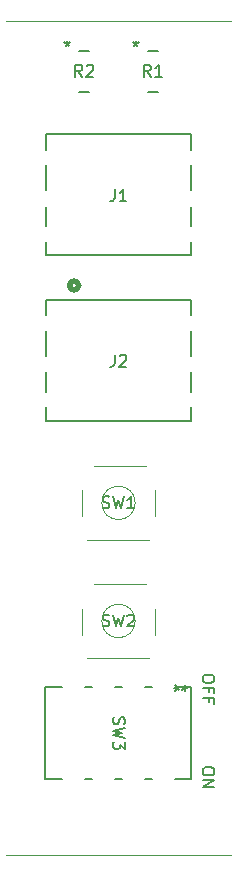
<source format=gbr>
%TF.GenerationSoftware,KiCad,Pcbnew,8.0.2*%
%TF.CreationDate,2024-05-27T22:07:24-04:00*%
%TF.ProjectId,tundraSaber,74756e64-7261-4536-9162-65722e6b6963,rev?*%
%TF.SameCoordinates,Original*%
%TF.FileFunction,Legend,Top*%
%TF.FilePolarity,Positive*%
%FSLAX46Y46*%
G04 Gerber Fmt 4.6, Leading zero omitted, Abs format (unit mm)*
G04 Created by KiCad (PCBNEW 8.0.2) date 2024-05-27 22:07:24*
%MOMM*%
%LPD*%
G01*
G04 APERTURE LIST*
%ADD10C,0.100000*%
%ADD11C,0.150000*%
%ADD12C,0.152400*%
%ADD13C,0.120000*%
%ADD14C,0.508000*%
G04 APERTURE END LIST*
D10*
X-9500000Y7226000D02*
X9500000Y7226000D01*
X-9500000Y77774000D02*
X9500000Y77774000D01*
D11*
X-3066666Y73095180D02*
X-3399999Y73571371D01*
X-3638094Y73095180D02*
X-3638094Y74095180D01*
X-3638094Y74095180D02*
X-3257142Y74095180D01*
X-3257142Y74095180D02*
X-3161904Y74047561D01*
X-3161904Y74047561D02*
X-3114285Y73999942D01*
X-3114285Y73999942D02*
X-3066666Y73904704D01*
X-3066666Y73904704D02*
X-3066666Y73761847D01*
X-3066666Y73761847D02*
X-3114285Y73666609D01*
X-3114285Y73666609D02*
X-3161904Y73618990D01*
X-3161904Y73618990D02*
X-3257142Y73571371D01*
X-3257142Y73571371D02*
X-3638094Y73571371D01*
X-2685713Y73999942D02*
X-2638094Y74047561D01*
X-2638094Y74047561D02*
X-2542856Y74095180D01*
X-2542856Y74095180D02*
X-2304761Y74095180D01*
X-2304761Y74095180D02*
X-2209523Y74047561D01*
X-2209523Y74047561D02*
X-2161904Y73999942D01*
X-2161904Y73999942D02*
X-2114285Y73904704D01*
X-2114285Y73904704D02*
X-2114285Y73809466D01*
X-2114285Y73809466D02*
X-2161904Y73666609D01*
X-2161904Y73666609D02*
X-2733332Y73095180D01*
X-2733332Y73095180D02*
X-2114285Y73095180D01*
X-4335099Y76127180D02*
X-4335099Y75889085D01*
X-4573194Y75984323D02*
X-4335099Y75889085D01*
X-4335099Y75889085D02*
X-4097004Y75984323D01*
X-4477956Y75698609D02*
X-4335099Y75889085D01*
X-4335099Y75889085D02*
X-4192242Y75698609D01*
X-4335099Y76127180D02*
X-4335099Y75889085D01*
X-4573194Y75984323D02*
X-4335099Y75889085D01*
X-4335099Y75889085D02*
X-4097004Y75984323D01*
X-4477956Y75698609D02*
X-4335099Y75889085D01*
X-4335099Y75889085D02*
X-4192242Y75698609D01*
X2733333Y73095180D02*
X2400000Y73571371D01*
X2161905Y73095180D02*
X2161905Y74095180D01*
X2161905Y74095180D02*
X2542857Y74095180D01*
X2542857Y74095180D02*
X2638095Y74047561D01*
X2638095Y74047561D02*
X2685714Y73999942D01*
X2685714Y73999942D02*
X2733333Y73904704D01*
X2733333Y73904704D02*
X2733333Y73761847D01*
X2733333Y73761847D02*
X2685714Y73666609D01*
X2685714Y73666609D02*
X2638095Y73618990D01*
X2638095Y73618990D02*
X2542857Y73571371D01*
X2542857Y73571371D02*
X2161905Y73571371D01*
X3685714Y73095180D02*
X3114286Y73095180D01*
X3400000Y73095180D02*
X3400000Y74095180D01*
X3400000Y74095180D02*
X3304762Y73952323D01*
X3304762Y73952323D02*
X3209524Y73857085D01*
X3209524Y73857085D02*
X3114286Y73809466D01*
X1464900Y76127180D02*
X1464900Y75889085D01*
X1226805Y75984323D02*
X1464900Y75889085D01*
X1464900Y75889085D02*
X1702995Y75984323D01*
X1322043Y75698609D02*
X1464900Y75889085D01*
X1464900Y75889085D02*
X1607757Y75698609D01*
X1464900Y76127180D02*
X1464900Y75889085D01*
X1226805Y75984323D02*
X1464900Y75889085D01*
X1464900Y75889085D02*
X1702995Y75984323D01*
X1322043Y75698609D02*
X1464900Y75889085D01*
X1464900Y75889085D02*
X1607757Y75698609D01*
X-407200Y18833332D02*
X-454819Y18690475D01*
X-454819Y18690475D02*
X-454819Y18452380D01*
X-454819Y18452380D02*
X-407200Y18357142D01*
X-407200Y18357142D02*
X-359580Y18309523D01*
X-359580Y18309523D02*
X-264342Y18261904D01*
X-264342Y18261904D02*
X-169104Y18261904D01*
X-169104Y18261904D02*
X-73866Y18309523D01*
X-73866Y18309523D02*
X-26247Y18357142D01*
X-26247Y18357142D02*
X21371Y18452380D01*
X21371Y18452380D02*
X68990Y18642856D01*
X68990Y18642856D02*
X116609Y18738094D01*
X116609Y18738094D02*
X164228Y18785713D01*
X164228Y18785713D02*
X259466Y18833332D01*
X259466Y18833332D02*
X354704Y18833332D01*
X354704Y18833332D02*
X449942Y18785713D01*
X449942Y18785713D02*
X497561Y18738094D01*
X497561Y18738094D02*
X545180Y18642856D01*
X545180Y18642856D02*
X545180Y18404761D01*
X545180Y18404761D02*
X497561Y18261904D01*
X545180Y17928570D02*
X-454819Y17690475D01*
X-454819Y17690475D02*
X259466Y17499999D01*
X259466Y17499999D02*
X-454819Y17309523D01*
X-454819Y17309523D02*
X545180Y17071428D01*
X545180Y16785713D02*
X545180Y16166666D01*
X545180Y16166666D02*
X164228Y16499999D01*
X164228Y16499999D02*
X164228Y16357142D01*
X164228Y16357142D02*
X116609Y16261904D01*
X116609Y16261904D02*
X68990Y16214285D01*
X68990Y16214285D02*
X-26247Y16166666D01*
X-26247Y16166666D02*
X-264342Y16166666D01*
X-264342Y16166666D02*
X-359580Y16214285D01*
X-359580Y16214285D02*
X-407200Y16261904D01*
X-407200Y16261904D02*
X-454819Y16357142D01*
X-454819Y16357142D02*
X-454819Y16642856D01*
X-454819Y16642856D02*
X-407200Y16738094D01*
X-407200Y16738094D02*
X-359580Y16785713D01*
X4680869Y21310000D02*
X4918964Y21310000D01*
X4823726Y21071905D02*
X4918964Y21310000D01*
X4918964Y21310000D02*
X4823726Y21548095D01*
X5109440Y21167143D02*
X4918964Y21310000D01*
X4918964Y21310000D02*
X5109440Y21452857D01*
X5771230Y21309999D02*
X5533135Y21309999D01*
X5628373Y21548094D02*
X5533135Y21309999D01*
X5533135Y21309999D02*
X5628373Y21071904D01*
X5342659Y21452856D02*
X5533135Y21309999D01*
X5533135Y21309999D02*
X5342659Y21167142D01*
X8119180Y14369047D02*
X8119180Y14178571D01*
X8119180Y14178571D02*
X8071561Y14083333D01*
X8071561Y14083333D02*
X7976323Y13988095D01*
X7976323Y13988095D02*
X7785847Y13940476D01*
X7785847Y13940476D02*
X7452514Y13940476D01*
X7452514Y13940476D02*
X7262038Y13988095D01*
X7262038Y13988095D02*
X7166800Y14083333D01*
X7166800Y14083333D02*
X7119180Y14178571D01*
X7119180Y14178571D02*
X7119180Y14369047D01*
X7119180Y14369047D02*
X7166800Y14464285D01*
X7166800Y14464285D02*
X7262038Y14559523D01*
X7262038Y14559523D02*
X7452514Y14607142D01*
X7452514Y14607142D02*
X7785847Y14607142D01*
X7785847Y14607142D02*
X7976323Y14559523D01*
X7976323Y14559523D02*
X8071561Y14464285D01*
X8071561Y14464285D02*
X8119180Y14369047D01*
X7119180Y13511904D02*
X8119180Y13511904D01*
X8119180Y13511904D02*
X7119180Y12940476D01*
X7119180Y12940476D02*
X8119180Y12940476D01*
X8119180Y22202380D02*
X8119180Y22011904D01*
X8119180Y22011904D02*
X8071561Y21916666D01*
X8071561Y21916666D02*
X7976323Y21821428D01*
X7976323Y21821428D02*
X7785847Y21773809D01*
X7785847Y21773809D02*
X7452514Y21773809D01*
X7452514Y21773809D02*
X7262038Y21821428D01*
X7262038Y21821428D02*
X7166800Y21916666D01*
X7166800Y21916666D02*
X7119180Y22011904D01*
X7119180Y22011904D02*
X7119180Y22202380D01*
X7119180Y22202380D02*
X7166800Y22297618D01*
X7166800Y22297618D02*
X7262038Y22392856D01*
X7262038Y22392856D02*
X7452514Y22440475D01*
X7452514Y22440475D02*
X7785847Y22440475D01*
X7785847Y22440475D02*
X7976323Y22392856D01*
X7976323Y22392856D02*
X8071561Y22297618D01*
X8071561Y22297618D02*
X8119180Y22202380D01*
X7642990Y21011904D02*
X7642990Y21345237D01*
X7119180Y21345237D02*
X8119180Y21345237D01*
X8119180Y21345237D02*
X8119180Y20869047D01*
X7642990Y20154761D02*
X7642990Y20488094D01*
X7119180Y20488094D02*
X8119180Y20488094D01*
X8119180Y20488094D02*
X8119180Y20011904D01*
X-1333332Y36592800D02*
X-1190475Y36545180D01*
X-1190475Y36545180D02*
X-952380Y36545180D01*
X-952380Y36545180D02*
X-857142Y36592800D01*
X-857142Y36592800D02*
X-809523Y36640419D01*
X-809523Y36640419D02*
X-761904Y36735657D01*
X-761904Y36735657D02*
X-761904Y36830895D01*
X-761904Y36830895D02*
X-809523Y36926133D01*
X-809523Y36926133D02*
X-857142Y36973752D01*
X-857142Y36973752D02*
X-952380Y37021371D01*
X-952380Y37021371D02*
X-1142856Y37068990D01*
X-1142856Y37068990D02*
X-1238094Y37116609D01*
X-1238094Y37116609D02*
X-1285713Y37164228D01*
X-1285713Y37164228D02*
X-1333332Y37259466D01*
X-1333332Y37259466D02*
X-1333332Y37354704D01*
X-1333332Y37354704D02*
X-1285713Y37449942D01*
X-1285713Y37449942D02*
X-1238094Y37497561D01*
X-1238094Y37497561D02*
X-1142856Y37545180D01*
X-1142856Y37545180D02*
X-904761Y37545180D01*
X-904761Y37545180D02*
X-761904Y37497561D01*
X-428570Y37545180D02*
X-190475Y36545180D01*
X-190475Y36545180D02*
X0Y37259466D01*
X0Y37259466D02*
X190476Y36545180D01*
X190476Y36545180D02*
X428572Y37545180D01*
X1333333Y36545180D02*
X761905Y36545180D01*
X1047619Y36545180D02*
X1047619Y37545180D01*
X1047619Y37545180D02*
X952381Y37402323D01*
X952381Y37402323D02*
X857143Y37307085D01*
X857143Y37307085D02*
X761905Y37259466D01*
X-1333332Y26592800D02*
X-1190475Y26545180D01*
X-1190475Y26545180D02*
X-952380Y26545180D01*
X-952380Y26545180D02*
X-857142Y26592800D01*
X-857142Y26592800D02*
X-809523Y26640419D01*
X-809523Y26640419D02*
X-761904Y26735657D01*
X-761904Y26735657D02*
X-761904Y26830895D01*
X-761904Y26830895D02*
X-809523Y26926133D01*
X-809523Y26926133D02*
X-857142Y26973752D01*
X-857142Y26973752D02*
X-952380Y27021371D01*
X-952380Y27021371D02*
X-1142856Y27068990D01*
X-1142856Y27068990D02*
X-1238094Y27116609D01*
X-1238094Y27116609D02*
X-1285713Y27164228D01*
X-1285713Y27164228D02*
X-1333332Y27259466D01*
X-1333332Y27259466D02*
X-1333332Y27354704D01*
X-1333332Y27354704D02*
X-1285713Y27449942D01*
X-1285713Y27449942D02*
X-1238094Y27497561D01*
X-1238094Y27497561D02*
X-1142856Y27545180D01*
X-1142856Y27545180D02*
X-904761Y27545180D01*
X-904761Y27545180D02*
X-761904Y27497561D01*
X-428570Y27545180D02*
X-190475Y26545180D01*
X-190475Y26545180D02*
X0Y27259466D01*
X0Y27259466D02*
X190476Y26545180D01*
X190476Y26545180D02*
X428572Y27545180D01*
X761905Y27449942D02*
X809524Y27497561D01*
X809524Y27497561D02*
X904762Y27545180D01*
X904762Y27545180D02*
X1142857Y27545180D01*
X1142857Y27545180D02*
X1238095Y27497561D01*
X1238095Y27497561D02*
X1285714Y27449942D01*
X1285714Y27449942D02*
X1333333Y27354704D01*
X1333333Y27354704D02*
X1333333Y27259466D01*
X1333333Y27259466D02*
X1285714Y27116609D01*
X1285714Y27116609D02*
X714286Y26545180D01*
X714286Y26545180D02*
X1333333Y26545180D01*
X-333333Y49545180D02*
X-333333Y48830895D01*
X-333333Y48830895D02*
X-380952Y48688038D01*
X-380952Y48688038D02*
X-476190Y48592800D01*
X-476190Y48592800D02*
X-619047Y48545180D01*
X-619047Y48545180D02*
X-714285Y48545180D01*
X95238Y49449942D02*
X142857Y49497561D01*
X142857Y49497561D02*
X238095Y49545180D01*
X238095Y49545180D02*
X476190Y49545180D01*
X476190Y49545180D02*
X571428Y49497561D01*
X571428Y49497561D02*
X619047Y49449942D01*
X619047Y49449942D02*
X666666Y49354704D01*
X666666Y49354704D02*
X666666Y49259466D01*
X666666Y49259466D02*
X619047Y49116609D01*
X619047Y49116609D02*
X47619Y48545180D01*
X47619Y48545180D02*
X666666Y48545180D01*
X-333333Y63545180D02*
X-333333Y62830895D01*
X-333333Y62830895D02*
X-380952Y62688038D01*
X-380952Y62688038D02*
X-476190Y62592800D01*
X-476190Y62592800D02*
X-619047Y62545180D01*
X-619047Y62545180D02*
X-714285Y62545180D01*
X666666Y62545180D02*
X95238Y62545180D01*
X380952Y62545180D02*
X380952Y63545180D01*
X380952Y63545180D02*
X285714Y63402323D01*
X285714Y63402323D02*
X190476Y63307085D01*
X190476Y63307085D02*
X95238Y63259466D01*
D12*
%TO.C,R2*%
X-3332758Y75277200D02*
X-2467242Y75277200D01*
X-3332758Y71822800D02*
X-2467242Y71822800D01*
%TO.C,R1*%
X2467242Y71822800D02*
X3332758Y71822800D01*
X2467242Y75277200D02*
X3332758Y75277200D01*
%TO.C,SW3*%
X-6177000Y21377000D02*
X-6177000Y13623000D01*
X-6177000Y13623000D02*
X-4794513Y13623000D01*
X6177000Y13623000D02*
X6177000Y21377000D01*
X6177000Y21377000D02*
X4794513Y21377000D01*
X2825487Y21377000D02*
X2254513Y21377000D01*
X285487Y21377000D02*
X-285487Y21377000D01*
X-2254513Y21377000D02*
X-2825487Y21377000D01*
X-4794513Y21377000D02*
X-6177000Y21377000D01*
X-2825487Y13623000D02*
X-2254513Y13623000D01*
X-285487Y13623000D02*
X285487Y13623000D01*
X2254513Y13623000D02*
X2825487Y13623000D01*
X4794513Y13623000D02*
X6177000Y13623000D01*
D13*
%TO.C,SW1*%
X-3120000Y35850000D02*
X-3120000Y38050000D01*
X-2650000Y33880000D02*
X2550000Y33880000D01*
X-2050000Y40120000D02*
X2350000Y40120000D01*
X3120000Y38050000D02*
X3120000Y35850000D01*
X1414214Y37000000D02*
G75*
G02*
X-1414214Y37000000I-1414214J0D01*
G01*
X-1414214Y37000000D02*
G75*
G02*
X1414214Y37000000I1414214J0D01*
G01*
%TO.C,SW2*%
X-3120000Y25850000D02*
X-3120000Y28050000D01*
X-2650000Y23880000D02*
X2550000Y23880000D01*
X-2050000Y30120000D02*
X2350000Y30120000D01*
X3120000Y28050000D02*
X3120000Y25850000D01*
X1414214Y27000000D02*
G75*
G02*
X-1414214Y27000000I-1414214J0D01*
G01*
X-1414214Y27000000D02*
G75*
G02*
X1414214Y27000000I1414214J0D01*
G01*
D14*
%TO.C,J3*%
X-3378200Y55401500D02*
G75*
G02*
X-4140200Y55401500I-381000J0D01*
G01*
X-4140200Y55401500D02*
G75*
G02*
X-3378200Y55401500I381000J0D01*
G01*
D12*
%TO.C,J2*%
X-6127900Y43945400D02*
X6127900Y43945400D01*
X6127900Y43945400D02*
X6127900Y45083129D01*
X6127900Y54207000D02*
X-6127900Y54207000D01*
X-6127900Y54207000D02*
X-6127900Y52916871D01*
X6127900Y52916871D02*
X6127900Y54207000D01*
X6127900Y49463165D02*
X6127900Y51583131D01*
X6127900Y46416868D02*
X6127900Y48086835D01*
X-6127900Y51583131D02*
X-6127900Y49463165D01*
X-6127900Y48086835D02*
X-6127900Y46416868D01*
X-6127900Y45083129D02*
X-6127900Y43945400D01*
%TO.C,J1*%
X-6127900Y59083129D02*
X-6127900Y57945400D01*
X-6127900Y62086835D02*
X-6127900Y60416868D01*
X-6127900Y65583131D02*
X-6127900Y63463165D01*
X6127900Y60416868D02*
X6127900Y62086835D01*
X6127900Y63463165D02*
X6127900Y65583131D01*
X6127900Y66916871D02*
X6127900Y68207000D01*
X-6127900Y68207000D02*
X-6127900Y66916871D01*
X6127900Y68207000D02*
X-6127900Y68207000D01*
X6127900Y57945400D02*
X6127900Y59083129D01*
X-6127900Y57945400D02*
X6127900Y57945400D01*
%TD*%
M02*

</source>
